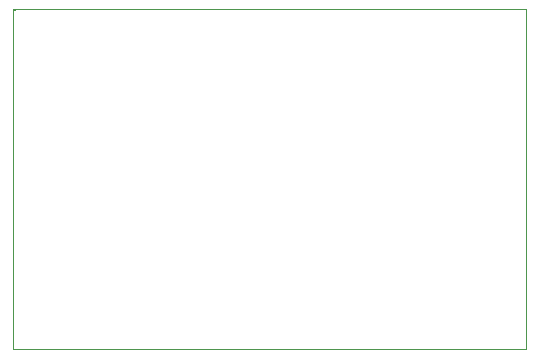
<source format=gbr>
G04 #@! TF.FileFunction,Profile,NP*
%FSLAX46Y46*%
G04 Gerber Fmt 4.6, Leading zero omitted, Abs format (unit mm)*
G04 Created by KiCad (PCBNEW (2015-07-31 BZR 6030)-product) date Fri Sep 11 12:39:47 2015*
%MOMM*%
G01*
G04 APERTURE LIST*
%ADD10C,0.100000*%
G04 APERTURE END LIST*
D10*
X139954000Y-77724000D02*
X140055600Y-77825600D01*
X139954000Y-106527600D02*
X139954000Y-77724000D01*
X183388000Y-106527600D02*
X139954000Y-106527600D01*
X183388000Y-77774800D02*
X183388000Y-106527600D01*
X140106400Y-77774800D02*
X183388000Y-77774800D01*
M02*

</source>
